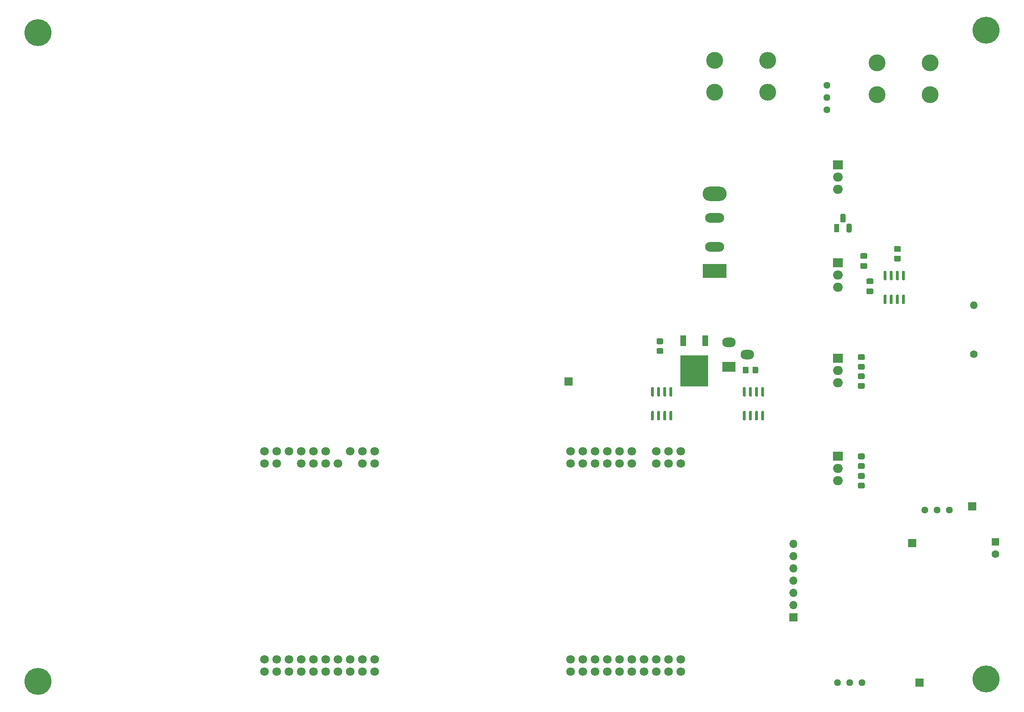
<source format=gbr>
%TF.GenerationSoftware,KiCad,Pcbnew,(5.1.12)-1*%
%TF.CreationDate,2021-11-16T18:17:41+08:00*%
%TF.ProjectId,CVModule,43564d6f-6475-46c6-952e-6b696361645f,rev?*%
%TF.SameCoordinates,Original*%
%TF.FileFunction,Soldermask,Bot*%
%TF.FilePolarity,Negative*%
%FSLAX46Y46*%
G04 Gerber Fmt 4.6, Leading zero omitted, Abs format (unit mm)*
G04 Created by KiCad (PCBNEW (5.1.12)-1) date 2021-11-16 18:17:41*
%MOMM*%
%LPD*%
G01*
G04 APERTURE LIST*
%ADD10C,1.800000*%
%ADD11O,3.960000X1.980000*%
%ADD12O,5.000000X3.000000*%
%ADD13R,5.000000X3.000000*%
%ADD14O,2.000000X1.905000*%
%ADD15R,2.000000X1.905000*%
%ADD16R,1.700000X1.700000*%
%ADD17R,1.600000X1.600000*%
%ADD18C,1.600000*%
%ADD19C,5.600000*%
%ADD20C,3.600000*%
%ADD21O,1.700000X1.700000*%
%ADD22C,3.500000*%
%ADD23R,5.800000X6.400000*%
%ADD24R,1.200000X2.200000*%
%ADD25O,2.800000X2.000000*%
%ADD26R,2.800000X2.000000*%
%ADD27R,1.100000X1.800000*%
%ADD28O,1.600000X1.600000*%
%ADD29C,1.440000*%
G04 APERTURE END LIST*
D10*
%TO.C,U9*%
X95377001Y-168138501D03*
X97917001Y-168138501D03*
X100457001Y-168138501D03*
X102997001Y-168138501D03*
X105537001Y-168138501D03*
X108077001Y-168138501D03*
X110617001Y-168138501D03*
X113157001Y-168138501D03*
X115697001Y-168138501D03*
X118237001Y-168138501D03*
X95377001Y-165598501D03*
X97917001Y-165598501D03*
X100457001Y-165598501D03*
X102997001Y-165598501D03*
X105537001Y-165598501D03*
X108077001Y-165598501D03*
X110617001Y-165598501D03*
X113157001Y-165598501D03*
X115697001Y-165598501D03*
X118237001Y-165598501D03*
X100457001Y-122418501D03*
X115697001Y-124958501D03*
X97917001Y-122418501D03*
X110617001Y-124958501D03*
X95377001Y-124958501D03*
X105537001Y-122418501D03*
X95377001Y-122418501D03*
X118237001Y-124958501D03*
X108077001Y-124958501D03*
X102997001Y-122418501D03*
X108077001Y-122418501D03*
X102997001Y-124958501D03*
X115697001Y-122418501D03*
X105537001Y-124958501D03*
X113157001Y-122418501D03*
X97917001Y-124958501D03*
X118237001Y-122418501D03*
X179197001Y-124958501D03*
X163957001Y-122418501D03*
X166497001Y-122418501D03*
X171577001Y-124958501D03*
X181737001Y-124958501D03*
X158877001Y-122418501D03*
X169037001Y-122418501D03*
X158877001Y-124958501D03*
X176657001Y-124958501D03*
X161417001Y-122418501D03*
X181737001Y-122418501D03*
X163957001Y-124958501D03*
X161417001Y-124958501D03*
X163957001Y-165598501D03*
X179197001Y-168138501D03*
X161417001Y-165598501D03*
X174117001Y-168138501D03*
X176657001Y-168138501D03*
X158877001Y-168138501D03*
X169037001Y-165598501D03*
X158877001Y-165598501D03*
X181737001Y-168138501D03*
X171577001Y-168138501D03*
X166497001Y-165598501D03*
X171577001Y-165598501D03*
X166497001Y-168138501D03*
X179197001Y-165598501D03*
X169037001Y-168138501D03*
X176657001Y-165598501D03*
X161417001Y-168138501D03*
X163957001Y-168138501D03*
X181737001Y-165598501D03*
X174117001Y-165598501D03*
X179197001Y-122418501D03*
X169037001Y-124958501D03*
X166497001Y-124958501D03*
X171577001Y-122418501D03*
X176657001Y-122418501D03*
%TD*%
D11*
%TO.C,B1*%
X188792000Y-73962000D03*
D12*
X188792000Y-68962000D03*
D13*
X188792000Y-84962000D03*
D11*
X188792000Y-79962000D03*
%TD*%
D14*
%TO.C,Q5*%
X214376000Y-108204000D03*
X214376000Y-105664000D03*
D15*
X214376000Y-103124000D03*
%TD*%
D16*
%TO.C,TP12*%
X158496000Y-107950000D03*
%TD*%
%TO.C,R40*%
G36*
G01*
X218751999Y-108223000D02*
X219652001Y-108223000D01*
G75*
G02*
X219902000Y-108472999I0J-249999D01*
G01*
X219902000Y-109173001D01*
G75*
G02*
X219652001Y-109423000I-249999J0D01*
G01*
X218751999Y-109423000D01*
G75*
G02*
X218502000Y-109173001I0J249999D01*
G01*
X218502000Y-108472999D01*
G75*
G02*
X218751999Y-108223000I249999J0D01*
G01*
G37*
G36*
G01*
X218751999Y-106223000D02*
X219652001Y-106223000D01*
G75*
G02*
X219902000Y-106472999I0J-249999D01*
G01*
X219902000Y-107173001D01*
G75*
G02*
X219652001Y-107423000I-249999J0D01*
G01*
X218751999Y-107423000D01*
G75*
G02*
X218502000Y-107173001I0J249999D01*
G01*
X218502000Y-106472999D01*
G75*
G02*
X218751999Y-106223000I249999J0D01*
G01*
G37*
%TD*%
%TO.C,R39*%
G36*
G01*
X218751999Y-128924000D02*
X219652001Y-128924000D01*
G75*
G02*
X219902000Y-129173999I0J-249999D01*
G01*
X219902000Y-129874001D01*
G75*
G02*
X219652001Y-130124000I-249999J0D01*
G01*
X218751999Y-130124000D01*
G75*
G02*
X218502000Y-129874001I0J249999D01*
G01*
X218502000Y-129173999D01*
G75*
G02*
X218751999Y-128924000I249999J0D01*
G01*
G37*
G36*
G01*
X218751999Y-126924000D02*
X219652001Y-126924000D01*
G75*
G02*
X219902000Y-127173999I0J-249999D01*
G01*
X219902000Y-127874001D01*
G75*
G02*
X219652001Y-128124000I-249999J0D01*
G01*
X218751999Y-128124000D01*
G75*
G02*
X218502000Y-127874001I0J249999D01*
G01*
X218502000Y-127173999D01*
G75*
G02*
X218751999Y-126924000I249999J0D01*
G01*
G37*
%TD*%
D14*
%TO.C,Q4*%
X214376000Y-128524000D03*
X214376000Y-125984000D03*
D15*
X214376000Y-123444000D03*
%TD*%
%TO.C,C2*%
G36*
G01*
X219235000Y-83359500D02*
X220185000Y-83359500D01*
G75*
G02*
X220435000Y-83609500I0J-250000D01*
G01*
X220435000Y-84284500D01*
G75*
G02*
X220185000Y-84534500I-250000J0D01*
G01*
X219235000Y-84534500D01*
G75*
G02*
X218985000Y-84284500I0J250000D01*
G01*
X218985000Y-83609500D01*
G75*
G02*
X219235000Y-83359500I250000J0D01*
G01*
G37*
G36*
G01*
X219235000Y-81284500D02*
X220185000Y-81284500D01*
G75*
G02*
X220435000Y-81534500I0J-250000D01*
G01*
X220435000Y-82209500D01*
G75*
G02*
X220185000Y-82459500I-250000J0D01*
G01*
X219235000Y-82459500D01*
G75*
G02*
X218985000Y-82209500I0J250000D01*
G01*
X218985000Y-81534500D01*
G75*
G02*
X219235000Y-81284500I250000J0D01*
G01*
G37*
%TD*%
D17*
%TO.C,C3*%
X247015000Y-141224000D03*
D18*
X247015000Y-143724000D03*
%TD*%
%TO.C,C6*%
G36*
G01*
X221455000Y-89784500D02*
X220505000Y-89784500D01*
G75*
G02*
X220255000Y-89534500I0J250000D01*
G01*
X220255000Y-88859500D01*
G75*
G02*
X220505000Y-88609500I250000J0D01*
G01*
X221455000Y-88609500D01*
G75*
G02*
X221705000Y-88859500I0J-250000D01*
G01*
X221705000Y-89534500D01*
G75*
G02*
X221455000Y-89784500I-250000J0D01*
G01*
G37*
G36*
G01*
X221455000Y-87709500D02*
X220505000Y-87709500D01*
G75*
G02*
X220255000Y-87459500I0J250000D01*
G01*
X220255000Y-86784500D01*
G75*
G02*
X220505000Y-86534500I250000J0D01*
G01*
X221455000Y-86534500D01*
G75*
G02*
X221705000Y-86784500I0J-250000D01*
G01*
X221705000Y-87459500D01*
G75*
G02*
X221455000Y-87709500I-250000J0D01*
G01*
G37*
%TD*%
D19*
%TO.C,H1*%
X245110000Y-35052000D03*
D20*
X245110000Y-35052000D03*
%TD*%
%TO.C,H2*%
X48387000Y-35560000D03*
D19*
X48387000Y-35560000D03*
%TD*%
%TO.C,H3*%
X48387000Y-170180000D03*
D20*
X48387000Y-170180000D03*
%TD*%
%TO.C,H4*%
X245110000Y-169672000D03*
D19*
X245110000Y-169672000D03*
%TD*%
D16*
%TO.C,J1*%
X205105000Y-156845000D03*
D21*
X205105000Y-154305000D03*
X205105000Y-151765000D03*
X205105000Y-149225000D03*
X205105000Y-146685000D03*
X205105000Y-144145000D03*
X205105000Y-141605000D03*
%TD*%
D22*
%TO.C,P1*%
X233465000Y-48385000D03*
X233465000Y-41785000D03*
X222465000Y-48385000D03*
X222465000Y-41785000D03*
%TD*%
%TO.C,P2*%
X188810000Y-41277000D03*
X188810000Y-47877000D03*
X199810000Y-41277000D03*
X199810000Y-47877000D03*
%TD*%
D23*
%TO.C,Q1*%
X184531000Y-105732000D03*
D24*
X186811000Y-99432000D03*
X182251000Y-99432000D03*
%TD*%
D25*
%TO.C,Q2*%
X191770000Y-99822000D03*
X195580000Y-102362000D03*
D26*
X191770000Y-104862000D03*
%TD*%
%TO.C,Q6*%
G36*
G01*
X214842000Y-74647000D02*
X214842000Y-73397000D01*
G75*
G02*
X215117000Y-73122000I275000J0D01*
G01*
X215667000Y-73122000D01*
G75*
G02*
X215942000Y-73397000I0J-275000D01*
G01*
X215942000Y-74647000D01*
G75*
G02*
X215667000Y-74922000I-275000J0D01*
G01*
X215117000Y-74922000D01*
G75*
G02*
X214842000Y-74647000I0J275000D01*
G01*
G37*
G36*
G01*
X216112000Y-76717000D02*
X216112000Y-75467000D01*
G75*
G02*
X216387000Y-75192000I275000J0D01*
G01*
X216937000Y-75192000D01*
G75*
G02*
X217212000Y-75467000I0J-275000D01*
G01*
X217212000Y-76717000D01*
G75*
G02*
X216937000Y-76992000I-275000J0D01*
G01*
X216387000Y-76992000D01*
G75*
G02*
X216112000Y-76717000I0J275000D01*
G01*
G37*
D27*
X214122000Y-76092000D03*
%TD*%
%TO.C,R6*%
G36*
G01*
X226244999Y-81807000D02*
X227145001Y-81807000D01*
G75*
G02*
X227395000Y-82056999I0J-249999D01*
G01*
X227395000Y-82757001D01*
G75*
G02*
X227145001Y-83007000I-249999J0D01*
G01*
X226244999Y-83007000D01*
G75*
G02*
X225995000Y-82757001I0J249999D01*
G01*
X225995000Y-82056999D01*
G75*
G02*
X226244999Y-81807000I249999J0D01*
G01*
G37*
G36*
G01*
X226244999Y-79807000D02*
X227145001Y-79807000D01*
G75*
G02*
X227395000Y-80056999I0J-249999D01*
G01*
X227395000Y-80757001D01*
G75*
G02*
X227145001Y-81007000I-249999J0D01*
G01*
X226244999Y-81007000D01*
G75*
G02*
X225995000Y-80757001I0J249999D01*
G01*
X225995000Y-80056999D01*
G75*
G02*
X226244999Y-79807000I249999J0D01*
G01*
G37*
%TD*%
%TO.C,R14*%
G36*
G01*
X219652001Y-126060000D02*
X218751999Y-126060000D01*
G75*
G02*
X218502000Y-125810001I0J249999D01*
G01*
X218502000Y-125109999D01*
G75*
G02*
X218751999Y-124860000I249999J0D01*
G01*
X219652001Y-124860000D01*
G75*
G02*
X219902000Y-125109999I0J-249999D01*
G01*
X219902000Y-125810001D01*
G75*
G02*
X219652001Y-126060000I-249999J0D01*
G01*
G37*
G36*
G01*
X219652001Y-124060000D02*
X218751999Y-124060000D01*
G75*
G02*
X218502000Y-123810001I0J249999D01*
G01*
X218502000Y-123109999D01*
G75*
G02*
X218751999Y-122860000I249999J0D01*
G01*
X219652001Y-122860000D01*
G75*
G02*
X219902000Y-123109999I0J-249999D01*
G01*
X219902000Y-123810001D01*
G75*
G02*
X219652001Y-124060000I-249999J0D01*
G01*
G37*
%TD*%
%TO.C,R16*%
G36*
G01*
X176968999Y-98984000D02*
X177869001Y-98984000D01*
G75*
G02*
X178119000Y-99233999I0J-249999D01*
G01*
X178119000Y-99934001D01*
G75*
G02*
X177869001Y-100184000I-249999J0D01*
G01*
X176968999Y-100184000D01*
G75*
G02*
X176719000Y-99934001I0J249999D01*
G01*
X176719000Y-99233999D01*
G75*
G02*
X176968999Y-98984000I249999J0D01*
G01*
G37*
G36*
G01*
X176968999Y-100984000D02*
X177869001Y-100984000D01*
G75*
G02*
X178119000Y-101233999I0J-249999D01*
G01*
X178119000Y-101934001D01*
G75*
G02*
X177869001Y-102184000I-249999J0D01*
G01*
X176968999Y-102184000D01*
G75*
G02*
X176719000Y-101934001I0J249999D01*
G01*
X176719000Y-101233999D01*
G75*
G02*
X176968999Y-100984000I249999J0D01*
G01*
G37*
%TD*%
%TO.C,R18*%
G36*
G01*
X219652001Y-105470000D02*
X218751999Y-105470000D01*
G75*
G02*
X218502000Y-105220001I0J249999D01*
G01*
X218502000Y-104519999D01*
G75*
G02*
X218751999Y-104270000I249999J0D01*
G01*
X219652001Y-104270000D01*
G75*
G02*
X219902000Y-104519999I0J-249999D01*
G01*
X219902000Y-105220001D01*
G75*
G02*
X219652001Y-105470000I-249999J0D01*
G01*
G37*
G36*
G01*
X219652001Y-103470000D02*
X218751999Y-103470000D01*
G75*
G02*
X218502000Y-103220001I0J249999D01*
G01*
X218502000Y-102519999D01*
G75*
G02*
X218751999Y-102270000I249999J0D01*
G01*
X219652001Y-102270000D01*
G75*
G02*
X219902000Y-102519999I0J-249999D01*
G01*
X219902000Y-103220001D01*
G75*
G02*
X219652001Y-103470000I-249999J0D01*
G01*
G37*
%TD*%
D18*
%TO.C,R20*%
X242570000Y-102235000D03*
D28*
X242570000Y-92075000D03*
%TD*%
%TO.C,R21*%
G36*
G01*
X196615000Y-105987001D02*
X196615000Y-105086999D01*
G75*
G02*
X196864999Y-104837000I249999J0D01*
G01*
X197565001Y-104837000D01*
G75*
G02*
X197815000Y-105086999I0J-249999D01*
G01*
X197815000Y-105987001D01*
G75*
G02*
X197565001Y-106237000I-249999J0D01*
G01*
X196864999Y-106237000D01*
G75*
G02*
X196615000Y-105987001I0J249999D01*
G01*
G37*
G36*
G01*
X194615000Y-105987001D02*
X194615000Y-105086999D01*
G75*
G02*
X194864999Y-104837000I249999J0D01*
G01*
X195565001Y-104837000D01*
G75*
G02*
X195815000Y-105086999I0J-249999D01*
G01*
X195815000Y-105987001D01*
G75*
G02*
X195565001Y-106237000I-249999J0D01*
G01*
X194864999Y-106237000D01*
G75*
G02*
X194615000Y-105987001I0J249999D01*
G01*
G37*
%TD*%
D29*
%TO.C,RV1*%
X212090000Y-51562000D03*
X212090000Y-49022000D03*
X212090000Y-46482000D03*
%TD*%
%TO.C,RV2*%
X214249000Y-170434000D03*
X216789000Y-170434000D03*
X219329000Y-170434000D03*
%TD*%
%TO.C,RV3*%
X237490000Y-134620000D03*
X234950000Y-134620000D03*
X232410000Y-134620000D03*
%TD*%
D16*
%TO.C,TP1*%
X231267000Y-170434000D03*
%TD*%
%TO.C,TP2*%
X242189000Y-133858000D03*
%TD*%
%TO.C,TP3*%
X229743000Y-141478000D03*
%TD*%
%TO.C,U1*%
G36*
G01*
X224005000Y-89892000D02*
X224305000Y-89892000D01*
G75*
G02*
X224455000Y-90042000I0J-150000D01*
G01*
X224455000Y-91692000D01*
G75*
G02*
X224305000Y-91842000I-150000J0D01*
G01*
X224005000Y-91842000D01*
G75*
G02*
X223855000Y-91692000I0J150000D01*
G01*
X223855000Y-90042000D01*
G75*
G02*
X224005000Y-89892000I150000J0D01*
G01*
G37*
G36*
G01*
X225275000Y-89892000D02*
X225575000Y-89892000D01*
G75*
G02*
X225725000Y-90042000I0J-150000D01*
G01*
X225725000Y-91692000D01*
G75*
G02*
X225575000Y-91842000I-150000J0D01*
G01*
X225275000Y-91842000D01*
G75*
G02*
X225125000Y-91692000I0J150000D01*
G01*
X225125000Y-90042000D01*
G75*
G02*
X225275000Y-89892000I150000J0D01*
G01*
G37*
G36*
G01*
X226545000Y-89892000D02*
X226845000Y-89892000D01*
G75*
G02*
X226995000Y-90042000I0J-150000D01*
G01*
X226995000Y-91692000D01*
G75*
G02*
X226845000Y-91842000I-150000J0D01*
G01*
X226545000Y-91842000D01*
G75*
G02*
X226395000Y-91692000I0J150000D01*
G01*
X226395000Y-90042000D01*
G75*
G02*
X226545000Y-89892000I150000J0D01*
G01*
G37*
G36*
G01*
X227815000Y-89892000D02*
X228115000Y-89892000D01*
G75*
G02*
X228265000Y-90042000I0J-150000D01*
G01*
X228265000Y-91692000D01*
G75*
G02*
X228115000Y-91842000I-150000J0D01*
G01*
X227815000Y-91842000D01*
G75*
G02*
X227665000Y-91692000I0J150000D01*
G01*
X227665000Y-90042000D01*
G75*
G02*
X227815000Y-89892000I150000J0D01*
G01*
G37*
G36*
G01*
X227815000Y-84942000D02*
X228115000Y-84942000D01*
G75*
G02*
X228265000Y-85092000I0J-150000D01*
G01*
X228265000Y-86742000D01*
G75*
G02*
X228115000Y-86892000I-150000J0D01*
G01*
X227815000Y-86892000D01*
G75*
G02*
X227665000Y-86742000I0J150000D01*
G01*
X227665000Y-85092000D01*
G75*
G02*
X227815000Y-84942000I150000J0D01*
G01*
G37*
G36*
G01*
X226545000Y-84942000D02*
X226845000Y-84942000D01*
G75*
G02*
X226995000Y-85092000I0J-150000D01*
G01*
X226995000Y-86742000D01*
G75*
G02*
X226845000Y-86892000I-150000J0D01*
G01*
X226545000Y-86892000D01*
G75*
G02*
X226395000Y-86742000I0J150000D01*
G01*
X226395000Y-85092000D01*
G75*
G02*
X226545000Y-84942000I150000J0D01*
G01*
G37*
G36*
G01*
X225275000Y-84942000D02*
X225575000Y-84942000D01*
G75*
G02*
X225725000Y-85092000I0J-150000D01*
G01*
X225725000Y-86742000D01*
G75*
G02*
X225575000Y-86892000I-150000J0D01*
G01*
X225275000Y-86892000D01*
G75*
G02*
X225125000Y-86742000I0J150000D01*
G01*
X225125000Y-85092000D01*
G75*
G02*
X225275000Y-84942000I150000J0D01*
G01*
G37*
G36*
G01*
X224005000Y-84942000D02*
X224305000Y-84942000D01*
G75*
G02*
X224455000Y-85092000I0J-150000D01*
G01*
X224455000Y-86742000D01*
G75*
G02*
X224305000Y-86892000I-150000J0D01*
G01*
X224005000Y-86892000D01*
G75*
G02*
X223855000Y-86742000I0J150000D01*
G01*
X223855000Y-85092000D01*
G75*
G02*
X224005000Y-84942000I150000J0D01*
G01*
G37*
%TD*%
D14*
%TO.C,U3*%
X214376000Y-68072000D03*
X214376000Y-65532000D03*
D15*
X214376000Y-62992000D03*
%TD*%
%TO.C,U4*%
X214376000Y-83312000D03*
D14*
X214376000Y-85852000D03*
X214376000Y-88392000D03*
%TD*%
%TO.C,U7*%
G36*
G01*
X198905000Y-111022000D02*
X198605000Y-111022000D01*
G75*
G02*
X198455000Y-110872000I0J150000D01*
G01*
X198455000Y-109222000D01*
G75*
G02*
X198605000Y-109072000I150000J0D01*
G01*
X198905000Y-109072000D01*
G75*
G02*
X199055000Y-109222000I0J-150000D01*
G01*
X199055000Y-110872000D01*
G75*
G02*
X198905000Y-111022000I-150000J0D01*
G01*
G37*
G36*
G01*
X197635000Y-111022000D02*
X197335000Y-111022000D01*
G75*
G02*
X197185000Y-110872000I0J150000D01*
G01*
X197185000Y-109222000D01*
G75*
G02*
X197335000Y-109072000I150000J0D01*
G01*
X197635000Y-109072000D01*
G75*
G02*
X197785000Y-109222000I0J-150000D01*
G01*
X197785000Y-110872000D01*
G75*
G02*
X197635000Y-111022000I-150000J0D01*
G01*
G37*
G36*
G01*
X196365000Y-111022000D02*
X196065000Y-111022000D01*
G75*
G02*
X195915000Y-110872000I0J150000D01*
G01*
X195915000Y-109222000D01*
G75*
G02*
X196065000Y-109072000I150000J0D01*
G01*
X196365000Y-109072000D01*
G75*
G02*
X196515000Y-109222000I0J-150000D01*
G01*
X196515000Y-110872000D01*
G75*
G02*
X196365000Y-111022000I-150000J0D01*
G01*
G37*
G36*
G01*
X195095000Y-111022000D02*
X194795000Y-111022000D01*
G75*
G02*
X194645000Y-110872000I0J150000D01*
G01*
X194645000Y-109222000D01*
G75*
G02*
X194795000Y-109072000I150000J0D01*
G01*
X195095000Y-109072000D01*
G75*
G02*
X195245000Y-109222000I0J-150000D01*
G01*
X195245000Y-110872000D01*
G75*
G02*
X195095000Y-111022000I-150000J0D01*
G01*
G37*
G36*
G01*
X195095000Y-115972000D02*
X194795000Y-115972000D01*
G75*
G02*
X194645000Y-115822000I0J150000D01*
G01*
X194645000Y-114172000D01*
G75*
G02*
X194795000Y-114022000I150000J0D01*
G01*
X195095000Y-114022000D01*
G75*
G02*
X195245000Y-114172000I0J-150000D01*
G01*
X195245000Y-115822000D01*
G75*
G02*
X195095000Y-115972000I-150000J0D01*
G01*
G37*
G36*
G01*
X196365000Y-115972000D02*
X196065000Y-115972000D01*
G75*
G02*
X195915000Y-115822000I0J150000D01*
G01*
X195915000Y-114172000D01*
G75*
G02*
X196065000Y-114022000I150000J0D01*
G01*
X196365000Y-114022000D01*
G75*
G02*
X196515000Y-114172000I0J-150000D01*
G01*
X196515000Y-115822000D01*
G75*
G02*
X196365000Y-115972000I-150000J0D01*
G01*
G37*
G36*
G01*
X197635000Y-115972000D02*
X197335000Y-115972000D01*
G75*
G02*
X197185000Y-115822000I0J150000D01*
G01*
X197185000Y-114172000D01*
G75*
G02*
X197335000Y-114022000I150000J0D01*
G01*
X197635000Y-114022000D01*
G75*
G02*
X197785000Y-114172000I0J-150000D01*
G01*
X197785000Y-115822000D01*
G75*
G02*
X197635000Y-115972000I-150000J0D01*
G01*
G37*
G36*
G01*
X198905000Y-115972000D02*
X198605000Y-115972000D01*
G75*
G02*
X198455000Y-115822000I0J150000D01*
G01*
X198455000Y-114172000D01*
G75*
G02*
X198605000Y-114022000I150000J0D01*
G01*
X198905000Y-114022000D01*
G75*
G02*
X199055000Y-114172000I0J-150000D01*
G01*
X199055000Y-115822000D01*
G75*
G02*
X198905000Y-115972000I-150000J0D01*
G01*
G37*
%TD*%
%TO.C,U10*%
G36*
G01*
X179855000Y-115972000D02*
X179555000Y-115972000D01*
G75*
G02*
X179405000Y-115822000I0J150000D01*
G01*
X179405000Y-114172000D01*
G75*
G02*
X179555000Y-114022000I150000J0D01*
G01*
X179855000Y-114022000D01*
G75*
G02*
X180005000Y-114172000I0J-150000D01*
G01*
X180005000Y-115822000D01*
G75*
G02*
X179855000Y-115972000I-150000J0D01*
G01*
G37*
G36*
G01*
X178585000Y-115972000D02*
X178285000Y-115972000D01*
G75*
G02*
X178135000Y-115822000I0J150000D01*
G01*
X178135000Y-114172000D01*
G75*
G02*
X178285000Y-114022000I150000J0D01*
G01*
X178585000Y-114022000D01*
G75*
G02*
X178735000Y-114172000I0J-150000D01*
G01*
X178735000Y-115822000D01*
G75*
G02*
X178585000Y-115972000I-150000J0D01*
G01*
G37*
G36*
G01*
X177315000Y-115972000D02*
X177015000Y-115972000D01*
G75*
G02*
X176865000Y-115822000I0J150000D01*
G01*
X176865000Y-114172000D01*
G75*
G02*
X177015000Y-114022000I150000J0D01*
G01*
X177315000Y-114022000D01*
G75*
G02*
X177465000Y-114172000I0J-150000D01*
G01*
X177465000Y-115822000D01*
G75*
G02*
X177315000Y-115972000I-150000J0D01*
G01*
G37*
G36*
G01*
X176045000Y-115972000D02*
X175745000Y-115972000D01*
G75*
G02*
X175595000Y-115822000I0J150000D01*
G01*
X175595000Y-114172000D01*
G75*
G02*
X175745000Y-114022000I150000J0D01*
G01*
X176045000Y-114022000D01*
G75*
G02*
X176195000Y-114172000I0J-150000D01*
G01*
X176195000Y-115822000D01*
G75*
G02*
X176045000Y-115972000I-150000J0D01*
G01*
G37*
G36*
G01*
X176045000Y-111022000D02*
X175745000Y-111022000D01*
G75*
G02*
X175595000Y-110872000I0J150000D01*
G01*
X175595000Y-109222000D01*
G75*
G02*
X175745000Y-109072000I150000J0D01*
G01*
X176045000Y-109072000D01*
G75*
G02*
X176195000Y-109222000I0J-150000D01*
G01*
X176195000Y-110872000D01*
G75*
G02*
X176045000Y-111022000I-150000J0D01*
G01*
G37*
G36*
G01*
X177315000Y-111022000D02*
X177015000Y-111022000D01*
G75*
G02*
X176865000Y-110872000I0J150000D01*
G01*
X176865000Y-109222000D01*
G75*
G02*
X177015000Y-109072000I150000J0D01*
G01*
X177315000Y-109072000D01*
G75*
G02*
X177465000Y-109222000I0J-150000D01*
G01*
X177465000Y-110872000D01*
G75*
G02*
X177315000Y-111022000I-150000J0D01*
G01*
G37*
G36*
G01*
X178585000Y-111022000D02*
X178285000Y-111022000D01*
G75*
G02*
X178135000Y-110872000I0J150000D01*
G01*
X178135000Y-109222000D01*
G75*
G02*
X178285000Y-109072000I150000J0D01*
G01*
X178585000Y-109072000D01*
G75*
G02*
X178735000Y-109222000I0J-150000D01*
G01*
X178735000Y-110872000D01*
G75*
G02*
X178585000Y-111022000I-150000J0D01*
G01*
G37*
G36*
G01*
X179855000Y-111022000D02*
X179555000Y-111022000D01*
G75*
G02*
X179405000Y-110872000I0J150000D01*
G01*
X179405000Y-109222000D01*
G75*
G02*
X179555000Y-109072000I150000J0D01*
G01*
X179855000Y-109072000D01*
G75*
G02*
X180005000Y-109222000I0J-150000D01*
G01*
X180005000Y-110872000D01*
G75*
G02*
X179855000Y-111022000I-150000J0D01*
G01*
G37*
%TD*%
M02*

</source>
